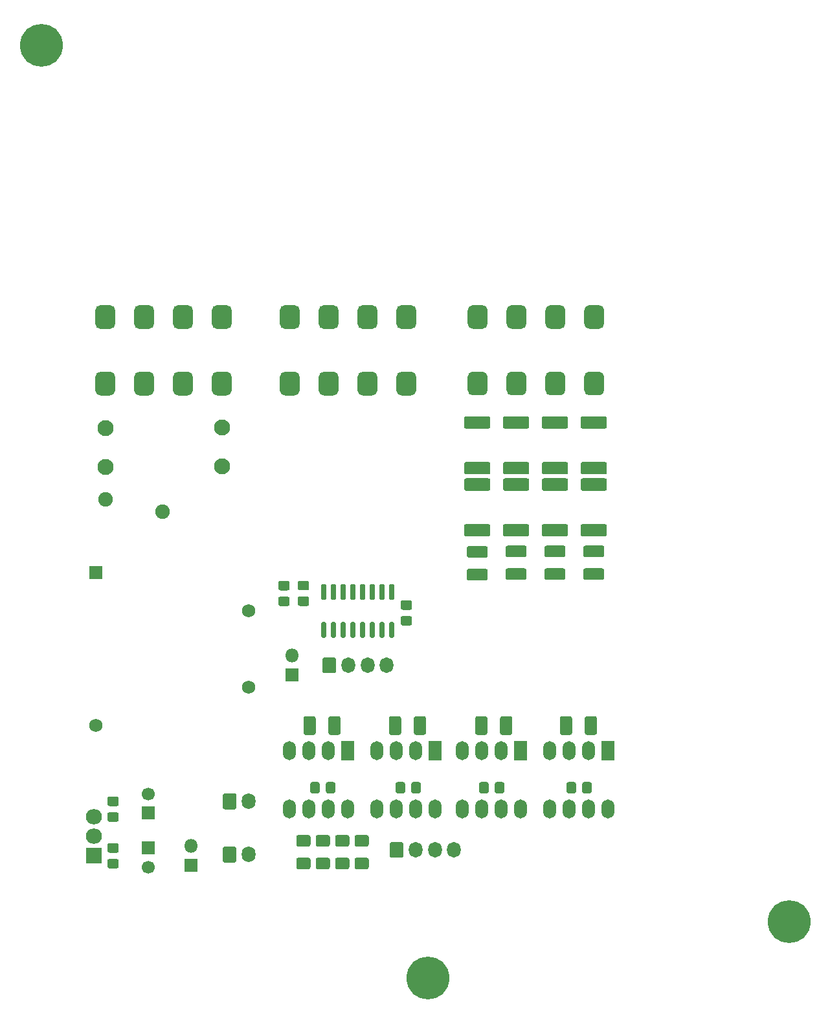
<source format=gbr>
G04 #@! TF.GenerationSoftware,KiCad,Pcbnew,(5.1.6)-1*
G04 #@! TF.CreationDate,2021-11-05T18:09:41+01:00*
G04 #@! TF.ProjectId,hamodule,68616d6f-6475-46c6-952e-6b696361645f,rev?*
G04 #@! TF.SameCoordinates,Original*
G04 #@! TF.FileFunction,Soldermask,Top*
G04 #@! TF.FilePolarity,Negative*
%FSLAX46Y46*%
G04 Gerber Fmt 4.6, Leading zero omitted, Abs format (unit mm)*
G04 Created by KiCad (PCBNEW (5.1.6)-1) date 2021-11-05 18:09:41*
%MOMM*%
%LPD*%
G01*
G04 APERTURE LIST*
%ADD10C,1.700000*%
%ADD11R,1.700000X1.700000*%
%ADD12O,2.100000X2.005000*%
%ADD13R,2.100000X2.005000*%
%ADD14O,1.800000X2.050000*%
%ADD15C,1.750000*%
%ADD16R,1.750000X1.750000*%
%ADD17C,2.100000*%
%ADD18O,1.800000X1.800000*%
%ADD19R,1.800000X1.800000*%
%ADD20O,1.800000X2.100000*%
%ADD21C,1.900000*%
%ADD22C,5.600000*%
%ADD23R,1.700000X2.500000*%
%ADD24O,1.700000X2.500000*%
G04 APERTURE END LIST*
G36*
G01*
X193520044Y-108030500D02*
X195734956Y-108030500D01*
G75*
G02*
X196002500Y-108298044I0J-267544D01*
G01*
X196002500Y-109287956D01*
G75*
G02*
X195734956Y-109555500I-267544J0D01*
G01*
X193520044Y-109555500D01*
G75*
G02*
X193252500Y-109287956I0J267544D01*
G01*
X193252500Y-108298044D01*
G75*
G02*
X193520044Y-108030500I267544J0D01*
G01*
G37*
G36*
G01*
X193520044Y-105055500D02*
X195734956Y-105055500D01*
G75*
G02*
X196002500Y-105323044I0J-267544D01*
G01*
X196002500Y-106312956D01*
G75*
G02*
X195734956Y-106580500I-267544J0D01*
G01*
X193520044Y-106580500D01*
G75*
G02*
X193252500Y-106312956I0J267544D01*
G01*
X193252500Y-105323044D01*
G75*
G02*
X193520044Y-105055500I267544J0D01*
G01*
G37*
G36*
G01*
X188440044Y-108030500D02*
X190654956Y-108030500D01*
G75*
G02*
X190922500Y-108298044I0J-267544D01*
G01*
X190922500Y-109287956D01*
G75*
G02*
X190654956Y-109555500I-267544J0D01*
G01*
X188440044Y-109555500D01*
G75*
G02*
X188172500Y-109287956I0J267544D01*
G01*
X188172500Y-108298044D01*
G75*
G02*
X188440044Y-108030500I267544J0D01*
G01*
G37*
G36*
G01*
X188440044Y-105055500D02*
X190654956Y-105055500D01*
G75*
G02*
X190922500Y-105323044I0J-267544D01*
G01*
X190922500Y-106312956D01*
G75*
G02*
X190654956Y-106580500I-267544J0D01*
G01*
X188440044Y-106580500D01*
G75*
G02*
X188172500Y-106312956I0J267544D01*
G01*
X188172500Y-105323044D01*
G75*
G02*
X188440044Y-105055500I267544J0D01*
G01*
G37*
G36*
G01*
X183360044Y-108030500D02*
X185574956Y-108030500D01*
G75*
G02*
X185842500Y-108298044I0J-267544D01*
G01*
X185842500Y-109287956D01*
G75*
G02*
X185574956Y-109555500I-267544J0D01*
G01*
X183360044Y-109555500D01*
G75*
G02*
X183092500Y-109287956I0J267544D01*
G01*
X183092500Y-108298044D01*
G75*
G02*
X183360044Y-108030500I267544J0D01*
G01*
G37*
G36*
G01*
X183360044Y-105055500D02*
X185574956Y-105055500D01*
G75*
G02*
X185842500Y-105323044I0J-267544D01*
G01*
X185842500Y-106312956D01*
G75*
G02*
X185574956Y-106580500I-267544J0D01*
G01*
X183360044Y-106580500D01*
G75*
G02*
X183092500Y-106312956I0J267544D01*
G01*
X183092500Y-105323044D01*
G75*
G02*
X183360044Y-105055500I267544J0D01*
G01*
G37*
G36*
G01*
X178280044Y-108094000D02*
X180494956Y-108094000D01*
G75*
G02*
X180762500Y-108361544I0J-267544D01*
G01*
X180762500Y-109351456D01*
G75*
G02*
X180494956Y-109619000I-267544J0D01*
G01*
X178280044Y-109619000D01*
G75*
G02*
X178012500Y-109351456I0J267544D01*
G01*
X178012500Y-108361544D01*
G75*
G02*
X178280044Y-108094000I267544J0D01*
G01*
G37*
G36*
G01*
X178280044Y-105119000D02*
X180494956Y-105119000D01*
G75*
G02*
X180762500Y-105386544I0J-267544D01*
G01*
X180762500Y-106376456D01*
G75*
G02*
X180494956Y-106644000I-267544J0D01*
G01*
X178280044Y-106644000D01*
G75*
G02*
X178012500Y-106376456I0J267544D01*
G01*
X178012500Y-105386544D01*
G75*
G02*
X178280044Y-105119000I267544J0D01*
G01*
G37*
G36*
G01*
X132240762Y-139118500D02*
X131284238Y-139118500D01*
G75*
G02*
X131012500Y-138846762I0J271738D01*
G01*
X131012500Y-138140238D01*
G75*
G02*
X131284238Y-137868500I271738J0D01*
G01*
X132240762Y-137868500D01*
G75*
G02*
X132512500Y-138140238I0J-271738D01*
G01*
X132512500Y-138846762D01*
G75*
G02*
X132240762Y-139118500I-271738J0D01*
G01*
G37*
G36*
G01*
X132240762Y-141168500D02*
X131284238Y-141168500D01*
G75*
G02*
X131012500Y-140896762I0J271738D01*
G01*
X131012500Y-140190238D01*
G75*
G02*
X131284238Y-139918500I271738J0D01*
G01*
X132240762Y-139918500D01*
G75*
G02*
X132512500Y-140190238I0J-271738D01*
G01*
X132512500Y-140896762D01*
G75*
G02*
X132240762Y-141168500I-271738J0D01*
G01*
G37*
G36*
G01*
X131284238Y-146014500D02*
X132240762Y-146014500D01*
G75*
G02*
X132512500Y-146286238I0J-271738D01*
G01*
X132512500Y-146992762D01*
G75*
G02*
X132240762Y-147264500I-271738J0D01*
G01*
X131284238Y-147264500D01*
G75*
G02*
X131012500Y-146992762I0J271738D01*
G01*
X131012500Y-146286238D01*
G75*
G02*
X131284238Y-146014500I271738J0D01*
G01*
G37*
G36*
G01*
X131284238Y-143964500D02*
X132240762Y-143964500D01*
G75*
G02*
X132512500Y-144236238I0J-271738D01*
G01*
X132512500Y-144942762D01*
G75*
G02*
X132240762Y-145214500I-271738J0D01*
G01*
X131284238Y-145214500D01*
G75*
G02*
X131012500Y-144942762I0J271738D01*
G01*
X131012500Y-144236238D01*
G75*
G02*
X131284238Y-143964500I271738J0D01*
G01*
G37*
D10*
X136334500Y-147089500D03*
D11*
X136334500Y-144589500D03*
D10*
X136334500Y-137517500D03*
D11*
X136334500Y-140017500D03*
D12*
X129222500Y-140525500D03*
X129222500Y-143065500D03*
D13*
X129222500Y-145605500D03*
D14*
X176346500Y-144843500D03*
X173846500Y-144843500D03*
X171346500Y-144843500D03*
G36*
G01*
X167946500Y-145603794D02*
X167946500Y-144083206D01*
G75*
G02*
X168211206Y-143818500I264706J0D01*
G01*
X169481794Y-143818500D01*
G75*
G02*
X169746500Y-144083206I0J-264706D01*
G01*
X169746500Y-145603794D01*
G75*
G02*
X169481794Y-145868500I-264706J0D01*
G01*
X168211206Y-145868500D01*
G75*
G02*
X167946500Y-145603794I0J264706D01*
G01*
G37*
G36*
G01*
X157132762Y-110906500D02*
X156176238Y-110906500D01*
G75*
G02*
X155904500Y-110634762I0J271738D01*
G01*
X155904500Y-109928238D01*
G75*
G02*
X156176238Y-109656500I271738J0D01*
G01*
X157132762Y-109656500D01*
G75*
G02*
X157404500Y-109928238I0J-271738D01*
G01*
X157404500Y-110634762D01*
G75*
G02*
X157132762Y-110906500I-271738J0D01*
G01*
G37*
G36*
G01*
X157132762Y-112956500D02*
X156176238Y-112956500D01*
G75*
G02*
X155904500Y-112684762I0J271738D01*
G01*
X155904500Y-111978238D01*
G75*
G02*
X156176238Y-111706500I271738J0D01*
G01*
X157132762Y-111706500D01*
G75*
G02*
X157404500Y-111978238I0J-271738D01*
G01*
X157404500Y-112684762D01*
G75*
G02*
X157132762Y-112956500I-271738J0D01*
G01*
G37*
G36*
G01*
X154592762Y-110915500D02*
X153636238Y-110915500D01*
G75*
G02*
X153364500Y-110643762I0J271738D01*
G01*
X153364500Y-109937238D01*
G75*
G02*
X153636238Y-109665500I271738J0D01*
G01*
X154592762Y-109665500D01*
G75*
G02*
X154864500Y-109937238I0J-271738D01*
G01*
X154864500Y-110643762D01*
G75*
G02*
X154592762Y-110915500I-271738J0D01*
G01*
G37*
G36*
G01*
X154592762Y-112965500D02*
X153636238Y-112965500D01*
G75*
G02*
X153364500Y-112693762I0J271738D01*
G01*
X153364500Y-111987238D01*
G75*
G02*
X153636238Y-111715500I271738J0D01*
G01*
X154592762Y-111715500D01*
G75*
G02*
X154864500Y-111987238I0J-271738D01*
G01*
X154864500Y-112693762D01*
G75*
G02*
X154592762Y-112965500I-271738J0D01*
G01*
G37*
G36*
G01*
X169638238Y-114264500D02*
X170594762Y-114264500D01*
G75*
G02*
X170866500Y-114536238I0J-271738D01*
G01*
X170866500Y-115242762D01*
G75*
G02*
X170594762Y-115514500I-271738J0D01*
G01*
X169638238Y-115514500D01*
G75*
G02*
X169366500Y-115242762I0J271738D01*
G01*
X169366500Y-114536238D01*
G75*
G02*
X169638238Y-114264500I271738J0D01*
G01*
G37*
G36*
G01*
X169638238Y-112214500D02*
X170594762Y-112214500D01*
G75*
G02*
X170866500Y-112486238I0J-271738D01*
G01*
X170866500Y-113192762D01*
G75*
G02*
X170594762Y-113464500I-271738J0D01*
G01*
X169638238Y-113464500D01*
G75*
G02*
X169366500Y-113192762I0J271738D01*
G01*
X169366500Y-112486238D01*
G75*
G02*
X169638238Y-112214500I271738J0D01*
G01*
G37*
G36*
G01*
X157311956Y-144409000D02*
X155997044Y-144409000D01*
G75*
G02*
X155729500Y-144141456I0J267544D01*
G01*
X155729500Y-143151544D01*
G75*
G02*
X155997044Y-142884000I267544J0D01*
G01*
X157311956Y-142884000D01*
G75*
G02*
X157579500Y-143151544I0J-267544D01*
G01*
X157579500Y-144141456D01*
G75*
G02*
X157311956Y-144409000I-267544J0D01*
G01*
G37*
G36*
G01*
X157311956Y-147384000D02*
X155997044Y-147384000D01*
G75*
G02*
X155729500Y-147116456I0J267544D01*
G01*
X155729500Y-146126544D01*
G75*
G02*
X155997044Y-145859000I267544J0D01*
G01*
X157311956Y-145859000D01*
G75*
G02*
X157579500Y-146126544I0J-267544D01*
G01*
X157579500Y-147116456D01*
G75*
G02*
X157311956Y-147384000I-267544J0D01*
G01*
G37*
G36*
G01*
X159851956Y-144409000D02*
X158537044Y-144409000D01*
G75*
G02*
X158269500Y-144141456I0J267544D01*
G01*
X158269500Y-143151544D01*
G75*
G02*
X158537044Y-142884000I267544J0D01*
G01*
X159851956Y-142884000D01*
G75*
G02*
X160119500Y-143151544I0J-267544D01*
G01*
X160119500Y-144141456D01*
G75*
G02*
X159851956Y-144409000I-267544J0D01*
G01*
G37*
G36*
G01*
X159851956Y-147384000D02*
X158537044Y-147384000D01*
G75*
G02*
X158269500Y-147116456I0J267544D01*
G01*
X158269500Y-146126544D01*
G75*
G02*
X158537044Y-145859000I267544J0D01*
G01*
X159851956Y-145859000D01*
G75*
G02*
X160119500Y-146126544I0J-267544D01*
G01*
X160119500Y-147116456D01*
G75*
G02*
X159851956Y-147384000I-267544J0D01*
G01*
G37*
G36*
G01*
X162391956Y-144409000D02*
X161077044Y-144409000D01*
G75*
G02*
X160809500Y-144141456I0J267544D01*
G01*
X160809500Y-143151544D01*
G75*
G02*
X161077044Y-142884000I267544J0D01*
G01*
X162391956Y-142884000D01*
G75*
G02*
X162659500Y-143151544I0J-267544D01*
G01*
X162659500Y-144141456D01*
G75*
G02*
X162391956Y-144409000I-267544J0D01*
G01*
G37*
G36*
G01*
X162391956Y-147384000D02*
X161077044Y-147384000D01*
G75*
G02*
X160809500Y-147116456I0J267544D01*
G01*
X160809500Y-146126544D01*
G75*
G02*
X161077044Y-145859000I267544J0D01*
G01*
X162391956Y-145859000D01*
G75*
G02*
X162659500Y-146126544I0J-267544D01*
G01*
X162659500Y-147116456D01*
G75*
G02*
X162391956Y-147384000I-267544J0D01*
G01*
G37*
G36*
G01*
X164931956Y-144409000D02*
X163617044Y-144409000D01*
G75*
G02*
X163349500Y-144141456I0J267544D01*
G01*
X163349500Y-143151544D01*
G75*
G02*
X163617044Y-142884000I267544J0D01*
G01*
X164931956Y-142884000D01*
G75*
G02*
X165199500Y-143151544I0J-267544D01*
G01*
X165199500Y-144141456D01*
G75*
G02*
X164931956Y-144409000I-267544J0D01*
G01*
G37*
G36*
G01*
X164931956Y-147384000D02*
X163617044Y-147384000D01*
G75*
G02*
X163349500Y-147116456I0J267544D01*
G01*
X163349500Y-146126544D01*
G75*
G02*
X163617044Y-145859000I267544J0D01*
G01*
X164931956Y-145859000D01*
G75*
G02*
X165199500Y-146126544I0J-267544D01*
G01*
X165199500Y-147116456D01*
G75*
G02*
X164931956Y-147384000I-267544J0D01*
G01*
G37*
D15*
X149476500Y-113587500D03*
X149476500Y-123587500D03*
X129476500Y-128587500D03*
D16*
X129476500Y-108587500D03*
G36*
G01*
X169466500Y-82333500D02*
X170766500Y-82333500D01*
G75*
G02*
X171416500Y-82983500I0J-650000D01*
G01*
X171416500Y-84783500D01*
G75*
G02*
X170766500Y-85433500I-650000J0D01*
G01*
X169466500Y-85433500D01*
G75*
G02*
X168816500Y-84783500I0J650000D01*
G01*
X168816500Y-82983500D01*
G75*
G02*
X169466500Y-82333500I650000J0D01*
G01*
G37*
G36*
G01*
X169466500Y-73633500D02*
X170766500Y-73633500D01*
G75*
G02*
X171416500Y-74283500I0J-650000D01*
G01*
X171416500Y-76083500D01*
G75*
G02*
X170766500Y-76733500I-650000J0D01*
G01*
X169466500Y-76733500D01*
G75*
G02*
X168816500Y-76083500I0J650000D01*
G01*
X168816500Y-74283500D01*
G75*
G02*
X169466500Y-73633500I650000J0D01*
G01*
G37*
G36*
G01*
X164386500Y-82333500D02*
X165686500Y-82333500D01*
G75*
G02*
X166336500Y-82983500I0J-650000D01*
G01*
X166336500Y-84783500D01*
G75*
G02*
X165686500Y-85433500I-650000J0D01*
G01*
X164386500Y-85433500D01*
G75*
G02*
X163736500Y-84783500I0J650000D01*
G01*
X163736500Y-82983500D01*
G75*
G02*
X164386500Y-82333500I650000J0D01*
G01*
G37*
G36*
G01*
X164386500Y-73633500D02*
X165686500Y-73633500D01*
G75*
G02*
X166336500Y-74283500I0J-650000D01*
G01*
X166336500Y-76083500D01*
G75*
G02*
X165686500Y-76733500I-650000J0D01*
G01*
X164386500Y-76733500D01*
G75*
G02*
X163736500Y-76083500I0J650000D01*
G01*
X163736500Y-74283500D01*
G75*
G02*
X164386500Y-73633500I650000J0D01*
G01*
G37*
G36*
G01*
X159306500Y-82333500D02*
X160606500Y-82333500D01*
G75*
G02*
X161256500Y-82983500I0J-650000D01*
G01*
X161256500Y-84783500D01*
G75*
G02*
X160606500Y-85433500I-650000J0D01*
G01*
X159306500Y-85433500D01*
G75*
G02*
X158656500Y-84783500I0J650000D01*
G01*
X158656500Y-82983500D01*
G75*
G02*
X159306500Y-82333500I650000J0D01*
G01*
G37*
G36*
G01*
X159306500Y-73633500D02*
X160606500Y-73633500D01*
G75*
G02*
X161256500Y-74283500I0J-650000D01*
G01*
X161256500Y-76083500D01*
G75*
G02*
X160606500Y-76733500I-650000J0D01*
G01*
X159306500Y-76733500D01*
G75*
G02*
X158656500Y-76083500I0J650000D01*
G01*
X158656500Y-74283500D01*
G75*
G02*
X159306500Y-73633500I650000J0D01*
G01*
G37*
G36*
G01*
X154226500Y-82333500D02*
X155526500Y-82333500D01*
G75*
G02*
X156176500Y-82983500I0J-650000D01*
G01*
X156176500Y-84783500D01*
G75*
G02*
X155526500Y-85433500I-650000J0D01*
G01*
X154226500Y-85433500D01*
G75*
G02*
X153576500Y-84783500I0J650000D01*
G01*
X153576500Y-82983500D01*
G75*
G02*
X154226500Y-82333500I650000J0D01*
G01*
G37*
G36*
G01*
X154226500Y-73633500D02*
X155526500Y-73633500D01*
G75*
G02*
X156176500Y-74283500I0J-650000D01*
G01*
X156176500Y-76083500D01*
G75*
G02*
X155526500Y-76733500I-650000J0D01*
G01*
X154226500Y-76733500D01*
G75*
G02*
X153576500Y-76083500I0J650000D01*
G01*
X153576500Y-74283500D01*
G75*
G02*
X154226500Y-73633500I650000J0D01*
G01*
G37*
G36*
G01*
X159496500Y-117101500D02*
X159146500Y-117101500D01*
G75*
G02*
X158971500Y-116926500I0J175000D01*
G01*
X158971500Y-115226500D01*
G75*
G02*
X159146500Y-115051500I175000J0D01*
G01*
X159496500Y-115051500D01*
G75*
G02*
X159671500Y-115226500I0J-175000D01*
G01*
X159671500Y-116926500D01*
G75*
G02*
X159496500Y-117101500I-175000J0D01*
G01*
G37*
G36*
G01*
X160766500Y-117101500D02*
X160416500Y-117101500D01*
G75*
G02*
X160241500Y-116926500I0J175000D01*
G01*
X160241500Y-115226500D01*
G75*
G02*
X160416500Y-115051500I175000J0D01*
G01*
X160766500Y-115051500D01*
G75*
G02*
X160941500Y-115226500I0J-175000D01*
G01*
X160941500Y-116926500D01*
G75*
G02*
X160766500Y-117101500I-175000J0D01*
G01*
G37*
G36*
G01*
X162036500Y-117101500D02*
X161686500Y-117101500D01*
G75*
G02*
X161511500Y-116926500I0J175000D01*
G01*
X161511500Y-115226500D01*
G75*
G02*
X161686500Y-115051500I175000J0D01*
G01*
X162036500Y-115051500D01*
G75*
G02*
X162211500Y-115226500I0J-175000D01*
G01*
X162211500Y-116926500D01*
G75*
G02*
X162036500Y-117101500I-175000J0D01*
G01*
G37*
G36*
G01*
X163306500Y-117101500D02*
X162956500Y-117101500D01*
G75*
G02*
X162781500Y-116926500I0J175000D01*
G01*
X162781500Y-115226500D01*
G75*
G02*
X162956500Y-115051500I175000J0D01*
G01*
X163306500Y-115051500D01*
G75*
G02*
X163481500Y-115226500I0J-175000D01*
G01*
X163481500Y-116926500D01*
G75*
G02*
X163306500Y-117101500I-175000J0D01*
G01*
G37*
G36*
G01*
X164576500Y-117101500D02*
X164226500Y-117101500D01*
G75*
G02*
X164051500Y-116926500I0J175000D01*
G01*
X164051500Y-115226500D01*
G75*
G02*
X164226500Y-115051500I175000J0D01*
G01*
X164576500Y-115051500D01*
G75*
G02*
X164751500Y-115226500I0J-175000D01*
G01*
X164751500Y-116926500D01*
G75*
G02*
X164576500Y-117101500I-175000J0D01*
G01*
G37*
G36*
G01*
X165846500Y-117101500D02*
X165496500Y-117101500D01*
G75*
G02*
X165321500Y-116926500I0J175000D01*
G01*
X165321500Y-115226500D01*
G75*
G02*
X165496500Y-115051500I175000J0D01*
G01*
X165846500Y-115051500D01*
G75*
G02*
X166021500Y-115226500I0J-175000D01*
G01*
X166021500Y-116926500D01*
G75*
G02*
X165846500Y-117101500I-175000J0D01*
G01*
G37*
G36*
G01*
X167116500Y-117101500D02*
X166766500Y-117101500D01*
G75*
G02*
X166591500Y-116926500I0J175000D01*
G01*
X166591500Y-115226500D01*
G75*
G02*
X166766500Y-115051500I175000J0D01*
G01*
X167116500Y-115051500D01*
G75*
G02*
X167291500Y-115226500I0J-175000D01*
G01*
X167291500Y-116926500D01*
G75*
G02*
X167116500Y-117101500I-175000J0D01*
G01*
G37*
G36*
G01*
X168386500Y-117101500D02*
X168036500Y-117101500D01*
G75*
G02*
X167861500Y-116926500I0J175000D01*
G01*
X167861500Y-115226500D01*
G75*
G02*
X168036500Y-115051500I175000J0D01*
G01*
X168386500Y-115051500D01*
G75*
G02*
X168561500Y-115226500I0J-175000D01*
G01*
X168561500Y-116926500D01*
G75*
G02*
X168386500Y-117101500I-175000J0D01*
G01*
G37*
G36*
G01*
X168386500Y-112151500D02*
X168036500Y-112151500D01*
G75*
G02*
X167861500Y-111976500I0J175000D01*
G01*
X167861500Y-110276500D01*
G75*
G02*
X168036500Y-110101500I175000J0D01*
G01*
X168386500Y-110101500D01*
G75*
G02*
X168561500Y-110276500I0J-175000D01*
G01*
X168561500Y-111976500D01*
G75*
G02*
X168386500Y-112151500I-175000J0D01*
G01*
G37*
G36*
G01*
X167116500Y-112151500D02*
X166766500Y-112151500D01*
G75*
G02*
X166591500Y-111976500I0J175000D01*
G01*
X166591500Y-110276500D01*
G75*
G02*
X166766500Y-110101500I175000J0D01*
G01*
X167116500Y-110101500D01*
G75*
G02*
X167291500Y-110276500I0J-175000D01*
G01*
X167291500Y-111976500D01*
G75*
G02*
X167116500Y-112151500I-175000J0D01*
G01*
G37*
G36*
G01*
X165846500Y-112151500D02*
X165496500Y-112151500D01*
G75*
G02*
X165321500Y-111976500I0J175000D01*
G01*
X165321500Y-110276500D01*
G75*
G02*
X165496500Y-110101500I175000J0D01*
G01*
X165846500Y-110101500D01*
G75*
G02*
X166021500Y-110276500I0J-175000D01*
G01*
X166021500Y-111976500D01*
G75*
G02*
X165846500Y-112151500I-175000J0D01*
G01*
G37*
G36*
G01*
X164576500Y-112151500D02*
X164226500Y-112151500D01*
G75*
G02*
X164051500Y-111976500I0J175000D01*
G01*
X164051500Y-110276500D01*
G75*
G02*
X164226500Y-110101500I175000J0D01*
G01*
X164576500Y-110101500D01*
G75*
G02*
X164751500Y-110276500I0J-175000D01*
G01*
X164751500Y-111976500D01*
G75*
G02*
X164576500Y-112151500I-175000J0D01*
G01*
G37*
G36*
G01*
X163306500Y-112151500D02*
X162956500Y-112151500D01*
G75*
G02*
X162781500Y-111976500I0J175000D01*
G01*
X162781500Y-110276500D01*
G75*
G02*
X162956500Y-110101500I175000J0D01*
G01*
X163306500Y-110101500D01*
G75*
G02*
X163481500Y-110276500I0J-175000D01*
G01*
X163481500Y-111976500D01*
G75*
G02*
X163306500Y-112151500I-175000J0D01*
G01*
G37*
G36*
G01*
X162036500Y-112151500D02*
X161686500Y-112151500D01*
G75*
G02*
X161511500Y-111976500I0J175000D01*
G01*
X161511500Y-110276500D01*
G75*
G02*
X161686500Y-110101500I175000J0D01*
G01*
X162036500Y-110101500D01*
G75*
G02*
X162211500Y-110276500I0J-175000D01*
G01*
X162211500Y-111976500D01*
G75*
G02*
X162036500Y-112151500I-175000J0D01*
G01*
G37*
G36*
G01*
X160766500Y-112151500D02*
X160416500Y-112151500D01*
G75*
G02*
X160241500Y-111976500I0J175000D01*
G01*
X160241500Y-110276500D01*
G75*
G02*
X160416500Y-110101500I175000J0D01*
G01*
X160766500Y-110101500D01*
G75*
G02*
X160941500Y-110276500I0J-175000D01*
G01*
X160941500Y-111976500D01*
G75*
G02*
X160766500Y-112151500I-175000J0D01*
G01*
G37*
G36*
G01*
X159496500Y-112151500D02*
X159146500Y-112151500D01*
G75*
G02*
X158971500Y-111976500I0J175000D01*
G01*
X158971500Y-110276500D01*
G75*
G02*
X159146500Y-110101500I175000J0D01*
G01*
X159496500Y-110101500D01*
G75*
G02*
X159671500Y-110276500I0J-175000D01*
G01*
X159671500Y-111976500D01*
G75*
G02*
X159496500Y-112151500I-175000J0D01*
G01*
G37*
G36*
G01*
X191796500Y-127629167D02*
X191796500Y-129545833D01*
G75*
G02*
X191529833Y-129812500I-266667J0D01*
G01*
X190463167Y-129812500D01*
G75*
G02*
X190196500Y-129545833I0J266667D01*
G01*
X190196500Y-127629167D01*
G75*
G02*
X190463167Y-127362500I266667J0D01*
G01*
X191529833Y-127362500D01*
G75*
G02*
X191796500Y-127629167I0J-266667D01*
G01*
G37*
G36*
G01*
X195046500Y-127629167D02*
X195046500Y-129545833D01*
G75*
G02*
X194779833Y-129812500I-266667J0D01*
G01*
X193713167Y-129812500D01*
G75*
G02*
X193446500Y-129545833I0J266667D01*
G01*
X193446500Y-127629167D01*
G75*
G02*
X193713167Y-127362500I266667J0D01*
G01*
X194779833Y-127362500D01*
G75*
G02*
X195046500Y-127629167I0J-266667D01*
G01*
G37*
G36*
G01*
X180721500Y-127629167D02*
X180721500Y-129545833D01*
G75*
G02*
X180454833Y-129812500I-266667J0D01*
G01*
X179388167Y-129812500D01*
G75*
G02*
X179121500Y-129545833I0J266667D01*
G01*
X179121500Y-127629167D01*
G75*
G02*
X179388167Y-127362500I266667J0D01*
G01*
X180454833Y-127362500D01*
G75*
G02*
X180721500Y-127629167I0J-266667D01*
G01*
G37*
G36*
G01*
X183971500Y-127629167D02*
X183971500Y-129545833D01*
G75*
G02*
X183704833Y-129812500I-266667J0D01*
G01*
X182638167Y-129812500D01*
G75*
G02*
X182371500Y-129545833I0J266667D01*
G01*
X182371500Y-127629167D01*
G75*
G02*
X182638167Y-127362500I266667J0D01*
G01*
X183704833Y-127362500D01*
G75*
G02*
X183971500Y-127629167I0J-266667D01*
G01*
G37*
G36*
G01*
X169444500Y-127629167D02*
X169444500Y-129545833D01*
G75*
G02*
X169177833Y-129812500I-266667J0D01*
G01*
X168111167Y-129812500D01*
G75*
G02*
X167844500Y-129545833I0J266667D01*
G01*
X167844500Y-127629167D01*
G75*
G02*
X168111167Y-127362500I266667J0D01*
G01*
X169177833Y-127362500D01*
G75*
G02*
X169444500Y-127629167I0J-266667D01*
G01*
G37*
G36*
G01*
X172694500Y-127629167D02*
X172694500Y-129545833D01*
G75*
G02*
X172427833Y-129812500I-266667J0D01*
G01*
X171361167Y-129812500D01*
G75*
G02*
X171094500Y-129545833I0J266667D01*
G01*
X171094500Y-127629167D01*
G75*
G02*
X171361167Y-127362500I266667J0D01*
G01*
X172427833Y-127362500D01*
G75*
G02*
X172694500Y-127629167I0J-266667D01*
G01*
G37*
G36*
G01*
X158268500Y-127629167D02*
X158268500Y-129545833D01*
G75*
G02*
X158001833Y-129812500I-266667J0D01*
G01*
X156935167Y-129812500D01*
G75*
G02*
X156668500Y-129545833I0J266667D01*
G01*
X156668500Y-127629167D01*
G75*
G02*
X156935167Y-127362500I266667J0D01*
G01*
X158001833Y-127362500D01*
G75*
G02*
X158268500Y-127629167I0J-266667D01*
G01*
G37*
G36*
G01*
X161518500Y-127629167D02*
X161518500Y-129545833D01*
G75*
G02*
X161251833Y-129812500I-266667J0D01*
G01*
X160185167Y-129812500D01*
G75*
G02*
X159918500Y-129545833I0J266667D01*
G01*
X159918500Y-127629167D01*
G75*
G02*
X160185167Y-127362500I266667J0D01*
G01*
X161251833Y-127362500D01*
G75*
G02*
X161518500Y-127629167I0J-266667D01*
G01*
G37*
D17*
X130746500Y-94805500D03*
X130746500Y-89725500D03*
G36*
G01*
X193168892Y-94126000D02*
X196086108Y-94126000D01*
G75*
G02*
X196352500Y-94392392I0J-266392D01*
G01*
X196352500Y-95484608D01*
G75*
G02*
X196086108Y-95751000I-266392J0D01*
G01*
X193168892Y-95751000D01*
G75*
G02*
X192902500Y-95484608I0J266392D01*
G01*
X192902500Y-94392392D01*
G75*
G02*
X193168892Y-94126000I266392J0D01*
G01*
G37*
G36*
G01*
X193168892Y-88151000D02*
X196086108Y-88151000D01*
G75*
G02*
X196352500Y-88417392I0J-266392D01*
G01*
X196352500Y-89509608D01*
G75*
G02*
X196086108Y-89776000I-266392J0D01*
G01*
X193168892Y-89776000D01*
G75*
G02*
X192902500Y-89509608I0J266392D01*
G01*
X192902500Y-88417392D01*
G75*
G02*
X193168892Y-88151000I266392J0D01*
G01*
G37*
G36*
G01*
X188088892Y-94126000D02*
X191006108Y-94126000D01*
G75*
G02*
X191272500Y-94392392I0J-266392D01*
G01*
X191272500Y-95484608D01*
G75*
G02*
X191006108Y-95751000I-266392J0D01*
G01*
X188088892Y-95751000D01*
G75*
G02*
X187822500Y-95484608I0J266392D01*
G01*
X187822500Y-94392392D01*
G75*
G02*
X188088892Y-94126000I266392J0D01*
G01*
G37*
G36*
G01*
X188088892Y-88151000D02*
X191006108Y-88151000D01*
G75*
G02*
X191272500Y-88417392I0J-266392D01*
G01*
X191272500Y-89509608D01*
G75*
G02*
X191006108Y-89776000I-266392J0D01*
G01*
X188088892Y-89776000D01*
G75*
G02*
X187822500Y-89509608I0J266392D01*
G01*
X187822500Y-88417392D01*
G75*
G02*
X188088892Y-88151000I266392J0D01*
G01*
G37*
G36*
G01*
X183008892Y-94126000D02*
X185926108Y-94126000D01*
G75*
G02*
X186192500Y-94392392I0J-266392D01*
G01*
X186192500Y-95484608D01*
G75*
G02*
X185926108Y-95751000I-266392J0D01*
G01*
X183008892Y-95751000D01*
G75*
G02*
X182742500Y-95484608I0J266392D01*
G01*
X182742500Y-94392392D01*
G75*
G02*
X183008892Y-94126000I266392J0D01*
G01*
G37*
G36*
G01*
X183008892Y-88151000D02*
X185926108Y-88151000D01*
G75*
G02*
X186192500Y-88417392I0J-266392D01*
G01*
X186192500Y-89509608D01*
G75*
G02*
X185926108Y-89776000I-266392J0D01*
G01*
X183008892Y-89776000D01*
G75*
G02*
X182742500Y-89509608I0J266392D01*
G01*
X182742500Y-88417392D01*
G75*
G02*
X183008892Y-88151000I266392J0D01*
G01*
G37*
G36*
G01*
X177928892Y-94126000D02*
X180846108Y-94126000D01*
G75*
G02*
X181112500Y-94392392I0J-266392D01*
G01*
X181112500Y-95484608D01*
G75*
G02*
X180846108Y-95751000I-266392J0D01*
G01*
X177928892Y-95751000D01*
G75*
G02*
X177662500Y-95484608I0J266392D01*
G01*
X177662500Y-94392392D01*
G75*
G02*
X177928892Y-94126000I266392J0D01*
G01*
G37*
G36*
G01*
X177928892Y-88151000D02*
X180846108Y-88151000D01*
G75*
G02*
X181112500Y-88417392I0J-266392D01*
G01*
X181112500Y-89509608D01*
G75*
G02*
X180846108Y-89776000I-266392J0D01*
G01*
X177928892Y-89776000D01*
G75*
G02*
X177662500Y-89509608I0J266392D01*
G01*
X177662500Y-88417392D01*
G75*
G02*
X177928892Y-88151000I266392J0D01*
G01*
G37*
D18*
X141973300Y-144310100D03*
D19*
X141973300Y-146850100D03*
D20*
X149491700Y-145453100D03*
G36*
G01*
X146091700Y-146238394D02*
X146091700Y-144667806D01*
G75*
G02*
X146356406Y-144403100I264706J0D01*
G01*
X147626994Y-144403100D01*
G75*
G02*
X147891700Y-144667806I0J-264706D01*
G01*
X147891700Y-146238394D01*
G75*
G02*
X147626994Y-146503100I-264706J0D01*
G01*
X146356406Y-146503100D01*
G75*
G02*
X146091700Y-146238394I0J264706D01*
G01*
G37*
G36*
G01*
X192313500Y-136237238D02*
X192313500Y-137193762D01*
G75*
G02*
X192041762Y-137465500I-271738J0D01*
G01*
X191335238Y-137465500D01*
G75*
G02*
X191063500Y-137193762I0J271738D01*
G01*
X191063500Y-136237238D01*
G75*
G02*
X191335238Y-135965500I271738J0D01*
G01*
X192041762Y-135965500D01*
G75*
G02*
X192313500Y-136237238I0J-271738D01*
G01*
G37*
G36*
G01*
X194363500Y-136237238D02*
X194363500Y-137193762D01*
G75*
G02*
X194091762Y-137465500I-271738J0D01*
G01*
X193385238Y-137465500D01*
G75*
G02*
X193113500Y-137193762I0J271738D01*
G01*
X193113500Y-136237238D01*
G75*
G02*
X193385238Y-135965500I271738J0D01*
G01*
X194091762Y-135965500D01*
G75*
G02*
X194363500Y-136237238I0J-271738D01*
G01*
G37*
G36*
G01*
X180883500Y-136237238D02*
X180883500Y-137193762D01*
G75*
G02*
X180611762Y-137465500I-271738J0D01*
G01*
X179905238Y-137465500D01*
G75*
G02*
X179633500Y-137193762I0J271738D01*
G01*
X179633500Y-136237238D01*
G75*
G02*
X179905238Y-135965500I271738J0D01*
G01*
X180611762Y-135965500D01*
G75*
G02*
X180883500Y-136237238I0J-271738D01*
G01*
G37*
G36*
G01*
X182933500Y-136237238D02*
X182933500Y-137193762D01*
G75*
G02*
X182661762Y-137465500I-271738J0D01*
G01*
X181955238Y-137465500D01*
G75*
G02*
X181683500Y-137193762I0J271738D01*
G01*
X181683500Y-136237238D01*
G75*
G02*
X181955238Y-135965500I271738J0D01*
G01*
X182661762Y-135965500D01*
G75*
G02*
X182933500Y-136237238I0J-271738D01*
G01*
G37*
G36*
G01*
X158794500Y-136237238D02*
X158794500Y-137193762D01*
G75*
G02*
X158522762Y-137465500I-271738J0D01*
G01*
X157816238Y-137465500D01*
G75*
G02*
X157544500Y-137193762I0J271738D01*
G01*
X157544500Y-136237238D01*
G75*
G02*
X157816238Y-135965500I271738J0D01*
G01*
X158522762Y-135965500D01*
G75*
G02*
X158794500Y-136237238I0J-271738D01*
G01*
G37*
G36*
G01*
X160844500Y-136237238D02*
X160844500Y-137193762D01*
G75*
G02*
X160572762Y-137465500I-271738J0D01*
G01*
X159866238Y-137465500D01*
G75*
G02*
X159594500Y-137193762I0J271738D01*
G01*
X159594500Y-136237238D01*
G75*
G02*
X159866238Y-135965500I271738J0D01*
G01*
X160572762Y-135965500D01*
G75*
G02*
X160844500Y-136237238I0J-271738D01*
G01*
G37*
G36*
G01*
X169961500Y-136237238D02*
X169961500Y-137193762D01*
G75*
G02*
X169689762Y-137465500I-271738J0D01*
G01*
X168983238Y-137465500D01*
G75*
G02*
X168711500Y-137193762I0J271738D01*
G01*
X168711500Y-136237238D01*
G75*
G02*
X168983238Y-135965500I271738J0D01*
G01*
X169689762Y-135965500D01*
G75*
G02*
X169961500Y-136237238I0J-271738D01*
G01*
G37*
G36*
G01*
X172011500Y-136237238D02*
X172011500Y-137193762D01*
G75*
G02*
X171739762Y-137465500I-271738J0D01*
G01*
X171033238Y-137465500D01*
G75*
G02*
X170761500Y-137193762I0J271738D01*
G01*
X170761500Y-136237238D01*
G75*
G02*
X171033238Y-135965500I271738J0D01*
G01*
X171739762Y-135965500D01*
G75*
G02*
X172011500Y-136237238I0J-271738D01*
G01*
G37*
G36*
G01*
X177928892Y-102236000D02*
X180846108Y-102236000D01*
G75*
G02*
X181112500Y-102502392I0J-266392D01*
G01*
X181112500Y-103594608D01*
G75*
G02*
X180846108Y-103861000I-266392J0D01*
G01*
X177928892Y-103861000D01*
G75*
G02*
X177662500Y-103594608I0J266392D01*
G01*
X177662500Y-102502392D01*
G75*
G02*
X177928892Y-102236000I266392J0D01*
G01*
G37*
G36*
G01*
X177928892Y-96261000D02*
X180846108Y-96261000D01*
G75*
G02*
X181112500Y-96527392I0J-266392D01*
G01*
X181112500Y-97619608D01*
G75*
G02*
X180846108Y-97886000I-266392J0D01*
G01*
X177928892Y-97886000D01*
G75*
G02*
X177662500Y-97619608I0J266392D01*
G01*
X177662500Y-96527392D01*
G75*
G02*
X177928892Y-96261000I266392J0D01*
G01*
G37*
G36*
G01*
X183008892Y-102236000D02*
X185926108Y-102236000D01*
G75*
G02*
X186192500Y-102502392I0J-266392D01*
G01*
X186192500Y-103594608D01*
G75*
G02*
X185926108Y-103861000I-266392J0D01*
G01*
X183008892Y-103861000D01*
G75*
G02*
X182742500Y-103594608I0J266392D01*
G01*
X182742500Y-102502392D01*
G75*
G02*
X183008892Y-102236000I266392J0D01*
G01*
G37*
G36*
G01*
X183008892Y-96261000D02*
X185926108Y-96261000D01*
G75*
G02*
X186192500Y-96527392I0J-266392D01*
G01*
X186192500Y-97619608D01*
G75*
G02*
X185926108Y-97886000I-266392J0D01*
G01*
X183008892Y-97886000D01*
G75*
G02*
X182742500Y-97619608I0J266392D01*
G01*
X182742500Y-96527392D01*
G75*
G02*
X183008892Y-96261000I266392J0D01*
G01*
G37*
G36*
G01*
X188088892Y-102236000D02*
X191006108Y-102236000D01*
G75*
G02*
X191272500Y-102502392I0J-266392D01*
G01*
X191272500Y-103594608D01*
G75*
G02*
X191006108Y-103861000I-266392J0D01*
G01*
X188088892Y-103861000D01*
G75*
G02*
X187822500Y-103594608I0J266392D01*
G01*
X187822500Y-102502392D01*
G75*
G02*
X188088892Y-102236000I266392J0D01*
G01*
G37*
G36*
G01*
X188088892Y-96261000D02*
X191006108Y-96261000D01*
G75*
G02*
X191272500Y-96527392I0J-266392D01*
G01*
X191272500Y-97619608D01*
G75*
G02*
X191006108Y-97886000I-266392J0D01*
G01*
X188088892Y-97886000D01*
G75*
G02*
X187822500Y-97619608I0J266392D01*
G01*
X187822500Y-96527392D01*
G75*
G02*
X188088892Y-96261000I266392J0D01*
G01*
G37*
G36*
G01*
X193168892Y-102236000D02*
X196086108Y-102236000D01*
G75*
G02*
X196352500Y-102502392I0J-266392D01*
G01*
X196352500Y-103594608D01*
G75*
G02*
X196086108Y-103861000I-266392J0D01*
G01*
X193168892Y-103861000D01*
G75*
G02*
X192902500Y-103594608I0J266392D01*
G01*
X192902500Y-102502392D01*
G75*
G02*
X193168892Y-102236000I266392J0D01*
G01*
G37*
G36*
G01*
X193168892Y-96261000D02*
X196086108Y-96261000D01*
G75*
G02*
X196352500Y-96527392I0J-266392D01*
G01*
X196352500Y-97619608D01*
G75*
G02*
X196086108Y-97886000I-266392J0D01*
G01*
X193168892Y-97886000D01*
G75*
G02*
X192902500Y-97619608I0J266392D01*
G01*
X192902500Y-96527392D01*
G75*
G02*
X193168892Y-96261000I266392J0D01*
G01*
G37*
G36*
G01*
X194033500Y-82321500D02*
X195333500Y-82321500D01*
G75*
G02*
X195983500Y-82971500I0J-650000D01*
G01*
X195983500Y-84771500D01*
G75*
G02*
X195333500Y-85421500I-650000J0D01*
G01*
X194033500Y-85421500D01*
G75*
G02*
X193383500Y-84771500I0J650000D01*
G01*
X193383500Y-82971500D01*
G75*
G02*
X194033500Y-82321500I650000J0D01*
G01*
G37*
G36*
G01*
X194033500Y-73621500D02*
X195333500Y-73621500D01*
G75*
G02*
X195983500Y-74271500I0J-650000D01*
G01*
X195983500Y-76071500D01*
G75*
G02*
X195333500Y-76721500I-650000J0D01*
G01*
X194033500Y-76721500D01*
G75*
G02*
X193383500Y-76071500I0J650000D01*
G01*
X193383500Y-74271500D01*
G75*
G02*
X194033500Y-73621500I650000J0D01*
G01*
G37*
G36*
G01*
X188953500Y-82321500D02*
X190253500Y-82321500D01*
G75*
G02*
X190903500Y-82971500I0J-650000D01*
G01*
X190903500Y-84771500D01*
G75*
G02*
X190253500Y-85421500I-650000J0D01*
G01*
X188953500Y-85421500D01*
G75*
G02*
X188303500Y-84771500I0J650000D01*
G01*
X188303500Y-82971500D01*
G75*
G02*
X188953500Y-82321500I650000J0D01*
G01*
G37*
G36*
G01*
X188953500Y-73621500D02*
X190253500Y-73621500D01*
G75*
G02*
X190903500Y-74271500I0J-650000D01*
G01*
X190903500Y-76071500D01*
G75*
G02*
X190253500Y-76721500I-650000J0D01*
G01*
X188953500Y-76721500D01*
G75*
G02*
X188303500Y-76071500I0J650000D01*
G01*
X188303500Y-74271500D01*
G75*
G02*
X188953500Y-73621500I650000J0D01*
G01*
G37*
G36*
G01*
X183873500Y-82321500D02*
X185173500Y-82321500D01*
G75*
G02*
X185823500Y-82971500I0J-650000D01*
G01*
X185823500Y-84771500D01*
G75*
G02*
X185173500Y-85421500I-650000J0D01*
G01*
X183873500Y-85421500D01*
G75*
G02*
X183223500Y-84771500I0J650000D01*
G01*
X183223500Y-82971500D01*
G75*
G02*
X183873500Y-82321500I650000J0D01*
G01*
G37*
G36*
G01*
X183873500Y-73621500D02*
X185173500Y-73621500D01*
G75*
G02*
X185823500Y-74271500I0J-650000D01*
G01*
X185823500Y-76071500D01*
G75*
G02*
X185173500Y-76721500I-650000J0D01*
G01*
X183873500Y-76721500D01*
G75*
G02*
X183223500Y-76071500I0J650000D01*
G01*
X183223500Y-74271500D01*
G75*
G02*
X183873500Y-73621500I650000J0D01*
G01*
G37*
G36*
G01*
X178793500Y-82321500D02*
X180093500Y-82321500D01*
G75*
G02*
X180743500Y-82971500I0J-650000D01*
G01*
X180743500Y-84771500D01*
G75*
G02*
X180093500Y-85421500I-650000J0D01*
G01*
X178793500Y-85421500D01*
G75*
G02*
X178143500Y-84771500I0J650000D01*
G01*
X178143500Y-82971500D01*
G75*
G02*
X178793500Y-82321500I650000J0D01*
G01*
G37*
G36*
G01*
X178793500Y-73621500D02*
X180093500Y-73621500D01*
G75*
G02*
X180743500Y-74271500I0J-650000D01*
G01*
X180743500Y-76071500D01*
G75*
G02*
X180093500Y-76721500I-650000J0D01*
G01*
X178793500Y-76721500D01*
G75*
G02*
X178143500Y-76071500I0J650000D01*
G01*
X178143500Y-74271500D01*
G75*
G02*
X178793500Y-73621500I650000J0D01*
G01*
G37*
G36*
G01*
X145336500Y-82333500D02*
X146636500Y-82333500D01*
G75*
G02*
X147286500Y-82983500I0J-650000D01*
G01*
X147286500Y-84783500D01*
G75*
G02*
X146636500Y-85433500I-650000J0D01*
G01*
X145336500Y-85433500D01*
G75*
G02*
X144686500Y-84783500I0J650000D01*
G01*
X144686500Y-82983500D01*
G75*
G02*
X145336500Y-82333500I650000J0D01*
G01*
G37*
G36*
G01*
X145336500Y-73633500D02*
X146636500Y-73633500D01*
G75*
G02*
X147286500Y-74283500I0J-650000D01*
G01*
X147286500Y-76083500D01*
G75*
G02*
X146636500Y-76733500I-650000J0D01*
G01*
X145336500Y-76733500D01*
G75*
G02*
X144686500Y-76083500I0J650000D01*
G01*
X144686500Y-74283500D01*
G75*
G02*
X145336500Y-73633500I650000J0D01*
G01*
G37*
G36*
G01*
X140256500Y-82333500D02*
X141556500Y-82333500D01*
G75*
G02*
X142206500Y-82983500I0J-650000D01*
G01*
X142206500Y-84783500D01*
G75*
G02*
X141556500Y-85433500I-650000J0D01*
G01*
X140256500Y-85433500D01*
G75*
G02*
X139606500Y-84783500I0J650000D01*
G01*
X139606500Y-82983500D01*
G75*
G02*
X140256500Y-82333500I650000J0D01*
G01*
G37*
G36*
G01*
X140256500Y-73633500D02*
X141556500Y-73633500D01*
G75*
G02*
X142206500Y-74283500I0J-650000D01*
G01*
X142206500Y-76083500D01*
G75*
G02*
X141556500Y-76733500I-650000J0D01*
G01*
X140256500Y-76733500D01*
G75*
G02*
X139606500Y-76083500I0J650000D01*
G01*
X139606500Y-74283500D01*
G75*
G02*
X140256500Y-73633500I650000J0D01*
G01*
G37*
G36*
G01*
X135176500Y-82333500D02*
X136476500Y-82333500D01*
G75*
G02*
X137126500Y-82983500I0J-650000D01*
G01*
X137126500Y-84783500D01*
G75*
G02*
X136476500Y-85433500I-650000J0D01*
G01*
X135176500Y-85433500D01*
G75*
G02*
X134526500Y-84783500I0J650000D01*
G01*
X134526500Y-82983500D01*
G75*
G02*
X135176500Y-82333500I650000J0D01*
G01*
G37*
G36*
G01*
X135176500Y-73633500D02*
X136476500Y-73633500D01*
G75*
G02*
X137126500Y-74283500I0J-650000D01*
G01*
X137126500Y-76083500D01*
G75*
G02*
X136476500Y-76733500I-650000J0D01*
G01*
X135176500Y-76733500D01*
G75*
G02*
X134526500Y-76083500I0J650000D01*
G01*
X134526500Y-74283500D01*
G75*
G02*
X135176500Y-73633500I650000J0D01*
G01*
G37*
G36*
G01*
X130096500Y-82333500D02*
X131396500Y-82333500D01*
G75*
G02*
X132046500Y-82983500I0J-650000D01*
G01*
X132046500Y-84783500D01*
G75*
G02*
X131396500Y-85433500I-650000J0D01*
G01*
X130096500Y-85433500D01*
G75*
G02*
X129446500Y-84783500I0J650000D01*
G01*
X129446500Y-82983500D01*
G75*
G02*
X130096500Y-82333500I650000J0D01*
G01*
G37*
G36*
G01*
X130096500Y-73633500D02*
X131396500Y-73633500D01*
G75*
G02*
X132046500Y-74283500I0J-650000D01*
G01*
X132046500Y-76083500D01*
G75*
G02*
X131396500Y-76733500I-650000J0D01*
G01*
X130096500Y-76733500D01*
G75*
G02*
X129446500Y-76083500I0J650000D01*
G01*
X129446500Y-74283500D01*
G75*
G02*
X130096500Y-73633500I650000J0D01*
G01*
G37*
D18*
X155130500Y-119443500D03*
D19*
X155130500Y-121983500D03*
D21*
X138246500Y-100647500D03*
X130746500Y-99014170D03*
D22*
X122364500Y-39687500D03*
D14*
X167536500Y-120713500D03*
X165036500Y-120713500D03*
X162536500Y-120713500D03*
G36*
G01*
X159136500Y-121473794D02*
X159136500Y-119953206D01*
G75*
G02*
X159401206Y-119688500I264706J0D01*
G01*
X160671794Y-119688500D01*
G75*
G02*
X160936500Y-119953206I0J-264706D01*
G01*
X160936500Y-121473794D01*
G75*
G02*
X160671794Y-121738500I-264706J0D01*
G01*
X159401206Y-121738500D01*
G75*
G02*
X159136500Y-121473794I0J264706D01*
G01*
G37*
D23*
X173912500Y-131873500D03*
D24*
X166292500Y-139493500D03*
X171372500Y-131873500D03*
X168832500Y-139493500D03*
X168832500Y-131873500D03*
X171372500Y-139493500D03*
X166292500Y-131873500D03*
X173912500Y-139493500D03*
D23*
X196518500Y-131873500D03*
D24*
X188898500Y-139493500D03*
X193978500Y-131873500D03*
X191438500Y-139493500D03*
X191438500Y-131873500D03*
X193978500Y-139493500D03*
X188898500Y-131873500D03*
X196518500Y-139493500D03*
D23*
X185088500Y-131873500D03*
D24*
X177468500Y-139493500D03*
X182548500Y-131873500D03*
X180008500Y-139493500D03*
X180008500Y-131873500D03*
X182548500Y-139493500D03*
X177468500Y-131873500D03*
X185088500Y-139493500D03*
D23*
X162482500Y-131873500D03*
D24*
X154862500Y-139493500D03*
X159942500Y-131873500D03*
X157402500Y-139493500D03*
X157402500Y-131873500D03*
X159942500Y-139493500D03*
X154862500Y-131873500D03*
X162482500Y-139493500D03*
D20*
X149502500Y-138493500D03*
G36*
G01*
X146102500Y-139278794D02*
X146102500Y-137708206D01*
G75*
G02*
X146367206Y-137443500I264706J0D01*
G01*
X147637794Y-137443500D01*
G75*
G02*
X147902500Y-137708206I0J-264706D01*
G01*
X147902500Y-139278794D01*
G75*
G02*
X147637794Y-139543500I-264706J0D01*
G01*
X146367206Y-139543500D01*
G75*
G02*
X146102500Y-139278794I0J264706D01*
G01*
G37*
D22*
X172910500Y-161607500D03*
X220154500Y-154241500D03*
D17*
X145986500Y-94678500D03*
X145986500Y-89598500D03*
M02*

</source>
